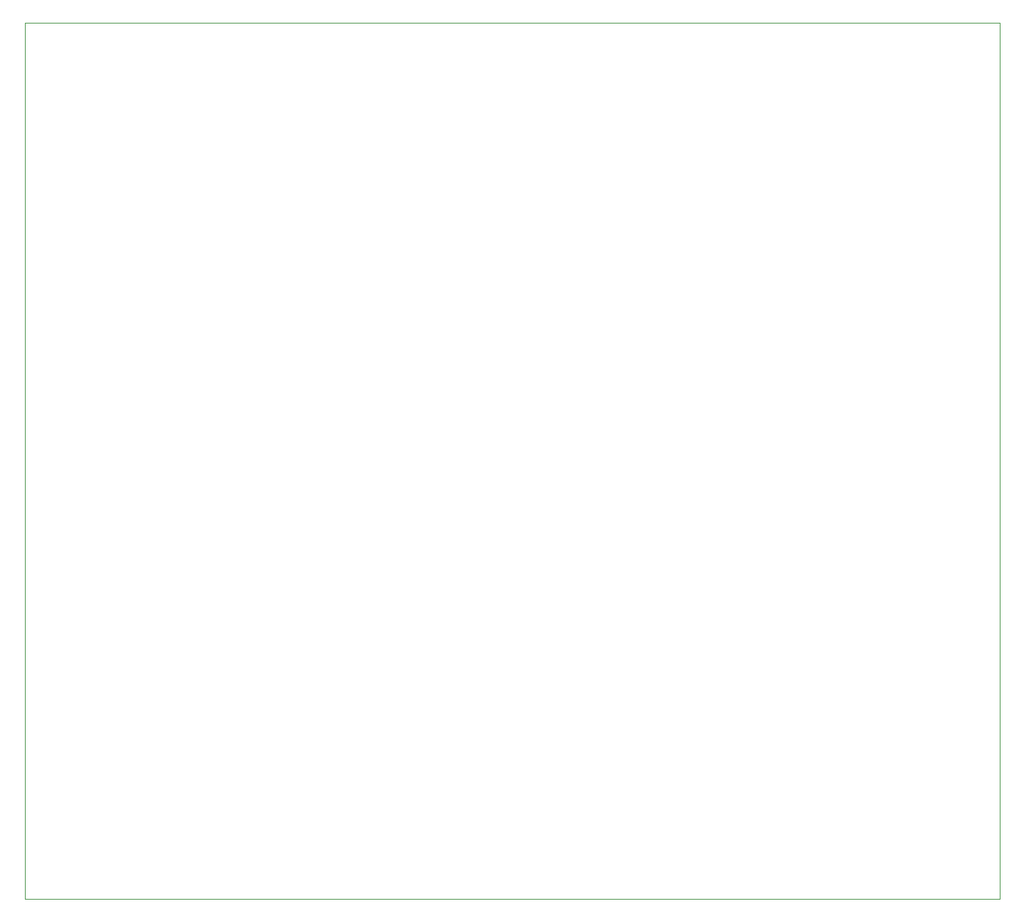
<source format=gbr>
%TF.GenerationSoftware,KiCad,Pcbnew,7.0.7*%
%TF.CreationDate,2024-01-27T11:11:08-08:00*%
%TF.ProjectId,KASM_PCB_REV1,4b41534d-5f50-4434-925f-524556312e6b,rev?*%
%TF.SameCoordinates,Original*%
%TF.FileFunction,Profile,NP*%
%FSLAX46Y46*%
G04 Gerber Fmt 4.6, Leading zero omitted, Abs format (unit mm)*
G04 Created by KiCad (PCBNEW 7.0.7) date 2024-01-27 11:11:08*
%MOMM*%
%LPD*%
G01*
G04 APERTURE LIST*
%TA.AperFunction,Profile*%
%ADD10C,0.100000*%
%TD*%
G04 APERTURE END LIST*
D10*
X64516000Y-45720000D02*
X180340000Y-45720000D01*
X180340000Y-149860000D01*
X64516000Y-149860000D01*
X64516000Y-45720000D01*
M02*

</source>
